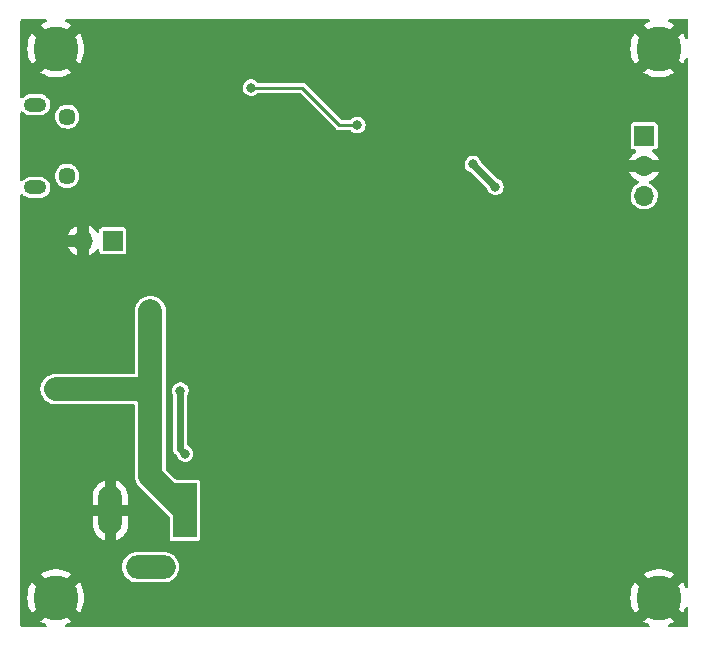
<source format=gbr>
%TF.GenerationSoftware,KiCad,Pcbnew,(6.0.2)*%
%TF.CreationDate,2022-12-20T22:03:32-08:00*%
%TF.ProjectId,split_supply_generator,73706c69-745f-4737-9570-706c795f6765,rev?*%
%TF.SameCoordinates,Original*%
%TF.FileFunction,Copper,L2,Bot*%
%TF.FilePolarity,Positive*%
%FSLAX46Y46*%
G04 Gerber Fmt 4.6, Leading zero omitted, Abs format (unit mm)*
G04 Created by KiCad (PCBNEW (6.0.2)) date 2022-12-20 22:03:32*
%MOMM*%
%LPD*%
G01*
G04 APERTURE LIST*
%TA.AperFunction,ComponentPad*%
%ADD10R,1.700000X1.700000*%
%TD*%
%TA.AperFunction,ComponentPad*%
%ADD11O,1.700000X1.700000*%
%TD*%
%TA.AperFunction,ComponentPad*%
%ADD12C,3.800000*%
%TD*%
%TA.AperFunction,ComponentPad*%
%ADD13C,1.450000*%
%TD*%
%TA.AperFunction,ComponentPad*%
%ADD14O,1.900000X1.200000*%
%TD*%
%TA.AperFunction,ComponentPad*%
%ADD15R,2.000000X4.600000*%
%TD*%
%TA.AperFunction,ComponentPad*%
%ADD16O,2.000000X4.200000*%
%TD*%
%TA.AperFunction,ComponentPad*%
%ADD17O,4.200000X2.000000*%
%TD*%
%TA.AperFunction,ViaPad*%
%ADD18C,0.800000*%
%TD*%
%TA.AperFunction,Conductor*%
%ADD19C,2.000000*%
%TD*%
%TA.AperFunction,Conductor*%
%ADD20C,0.254000*%
%TD*%
%TA.AperFunction,Conductor*%
%ADD21C,0.600000*%
%TD*%
G04 APERTURE END LIST*
D10*
%TO.P,J2,1,Pin_1*%
%TO.N,+15V*%
X143281000Y-68595000D03*
D11*
%TO.P,J2,2,Pin_2*%
%TO.N,GND*%
X143281000Y-71135000D03*
%TO.P,J2,3,Pin_3*%
%TO.N,-15V*%
X143281000Y-73675000D03*
%TD*%
D10*
%TO.P,J4,1,Pin_1*%
%TO.N,VD*%
X98298000Y-77470000D03*
D11*
%TO.P,J4,2,Pin_2*%
%TO.N,GND*%
X95758000Y-77470000D03*
%TD*%
D12*
%TO.P,H3,1,1*%
%TO.N,GND*%
X93472000Y-107696000D03*
%TD*%
%TO.P,H1,1,1*%
%TO.N,GND*%
X144526000Y-61214000D03*
%TD*%
D13*
%TO.P,J3,6,Shield*%
%TO.N,unconnected-(J3-Pad6)*%
X94426500Y-66969000D03*
D14*
X91726500Y-72969000D03*
X91726500Y-65969000D03*
D13*
X94426500Y-71969000D03*
%TD*%
D12*
%TO.P,H4,1,1*%
%TO.N,GND*%
X144526000Y-107696000D03*
%TD*%
D15*
%TO.P,J1,1*%
%TO.N,VD*%
X104394000Y-100315000D03*
D16*
%TO.P,J1,2*%
%TO.N,GND*%
X98094000Y-100315000D03*
D17*
%TO.P,J1,3*%
%TO.N,unconnected-(J1-Pad3)*%
X101494000Y-105115000D03*
%TD*%
D12*
%TO.P,H2,1,1*%
%TO.N,GND*%
X93472000Y-61214000D03*
%TD*%
D18*
%TO.N,GND*%
X96774000Y-70612000D03*
X110966000Y-82042000D03*
X97663000Y-83312000D03*
X105664000Y-85122000D03*
X106045000Y-60198000D03*
X92837000Y-104013000D03*
X95853000Y-84582000D03*
X112776000Y-83312000D03*
X124206000Y-104426000D03*
X104394000Y-83312000D03*
X122936000Y-104426000D03*
X137033000Y-83820000D03*
X116840000Y-63754000D03*
X114586000Y-108204000D03*
X124206000Y-60706000D03*
X140970000Y-83820000D03*
X122396000Y-61976000D03*
X104394000Y-85122000D03*
X119380000Y-95980000D03*
X118110000Y-63754000D03*
X142240000Y-91440000D03*
X112776000Y-106934000D03*
X104394000Y-87122000D03*
X94107000Y-104013000D03*
X112014000Y-66929000D03*
X116439921Y-68726079D03*
X120650000Y-93980000D03*
X108966000Y-82042000D03*
X92837000Y-102203000D03*
X110236000Y-62103000D03*
X117094000Y-82550000D03*
X122936000Y-106426000D03*
X112776000Y-108204000D03*
X137160000Y-93980000D03*
X110966000Y-83312000D03*
X124206000Y-61976000D03*
X94107000Y-100203000D03*
X115824000Y-78740000D03*
X112046000Y-60833000D03*
X115824000Y-82550000D03*
X115824000Y-80740000D03*
X140970000Y-82550000D03*
X117094000Y-78740000D03*
X140589000Y-61214000D03*
X138652000Y-61214000D03*
X112776000Y-82042000D03*
X105664000Y-87122000D03*
X139033000Y-82550000D03*
X139033000Y-83820000D03*
X138652000Y-62484000D03*
X136652000Y-62484000D03*
X137922000Y-74136000D03*
X124206000Y-106426000D03*
X114586000Y-106934000D03*
X110236000Y-60833000D03*
X92837000Y-100203000D03*
X139192000Y-72136000D03*
X137160000Y-91440000D03*
X124206000Y-102489000D03*
X139192000Y-74136000D03*
X137922000Y-72136000D03*
X122396000Y-60706000D03*
X116586000Y-108204000D03*
X96774000Y-72390000D03*
X142240000Y-93980000D03*
X93853000Y-84582000D03*
X105664000Y-83312000D03*
X136652000Y-61214000D03*
X122936000Y-102489000D03*
X140589000Y-62484000D03*
X137160000Y-88900000D03*
X97663000Y-84582000D03*
X137033000Y-82550000D03*
X114046000Y-62103000D03*
X120650000Y-97790000D03*
X117348000Y-69342000D03*
X112014000Y-65659000D03*
X142240000Y-88900000D03*
X108966000Y-83312000D03*
X104045000Y-60198000D03*
X114046000Y-60833000D03*
X116586000Y-106934000D03*
X120650000Y-95980000D03*
X94107000Y-102203000D03*
X93853000Y-83312000D03*
X102235000Y-60198000D03*
X119380000Y-93980000D03*
X112046000Y-62103000D03*
X119380000Y-97790000D03*
X95853000Y-83312000D03*
X117094000Y-80740000D03*
%TO.N,VD*%
X101600000Y-86868000D03*
X101600000Y-85090000D03*
X93472000Y-90043000D03*
X101219000Y-83185000D03*
X95504000Y-90043000D03*
X101600000Y-84074000D03*
X101600000Y-87757000D03*
X97536000Y-90043000D03*
X99568000Y-90043000D03*
X101600000Y-85979000D03*
%TO.N,Net-(R6-Pad1)*%
X118999000Y-67691000D03*
X109982000Y-64516000D03*
%TO.N,Net-(C7-Pad2)*%
X128778000Y-70993000D03*
X130683000Y-72898000D03*
%TO.N,Net-(R16-Pad2)*%
X104013000Y-90170000D03*
X104394000Y-95504000D03*
%TD*%
D19*
%TO.N,VD*%
X100711000Y-90043000D02*
X99568000Y-90043000D01*
X101473000Y-93726000D02*
X101473000Y-83439000D01*
X101473000Y-93726000D02*
X101473000Y-97394000D01*
X101473000Y-93726000D02*
X101473000Y-90805000D01*
X95504000Y-90043000D02*
X93472000Y-90043000D01*
X101473000Y-90805000D02*
X100711000Y-90043000D01*
X99568000Y-90043000D02*
X97536000Y-90043000D01*
X97536000Y-90043000D02*
X95504000Y-90043000D01*
X101473000Y-97394000D02*
X104394000Y-100315000D01*
D20*
%TO.N,Net-(R6-Pad1)*%
X109982000Y-64516000D02*
X114300000Y-64516000D01*
X117475000Y-67691000D02*
X118999000Y-67691000D01*
X114300000Y-64516000D02*
X117475000Y-67691000D01*
D21*
%TO.N,Net-(C7-Pad2)*%
X130683000Y-72898000D02*
X128778000Y-70993000D01*
%TO.N,Net-(R16-Pad2)*%
X104013000Y-95123000D02*
X104013000Y-90170000D01*
X104394000Y-95504000D02*
X104013000Y-95123000D01*
%TD*%
%TA.AperFunction,Conductor*%
%TO.N,GND*%
G36*
X92637466Y-58740002D02*
G01*
X92683959Y-58793658D01*
X92694063Y-58863932D01*
X92664569Y-58928512D01*
X92615729Y-58963152D01*
X92448369Y-59029415D01*
X92441234Y-59032772D01*
X92182643Y-59174934D01*
X92175976Y-59179165D01*
X92172270Y-59181858D01*
X92163846Y-59192781D01*
X92170750Y-59205643D01*
X93459188Y-60494081D01*
X93473132Y-60501695D01*
X93474965Y-60501564D01*
X93481580Y-60497313D01*
X94773575Y-59205318D01*
X94780188Y-59193208D01*
X94771358Y-59181587D01*
X94768024Y-59179165D01*
X94761357Y-59174934D01*
X94502766Y-59032772D01*
X94495631Y-59029415D01*
X94328271Y-58963152D01*
X94272297Y-58919477D01*
X94248821Y-58852474D01*
X94265297Y-58783416D01*
X94316493Y-58734227D01*
X94374655Y-58720000D01*
X143623345Y-58720000D01*
X143691466Y-58740002D01*
X143737959Y-58793658D01*
X143748063Y-58863932D01*
X143718569Y-58928512D01*
X143669729Y-58963152D01*
X143502369Y-59029415D01*
X143495234Y-59032772D01*
X143236643Y-59174934D01*
X143229976Y-59179165D01*
X143226270Y-59181858D01*
X143217846Y-59192781D01*
X143224750Y-59205643D01*
X144513188Y-60494081D01*
X144527132Y-60501695D01*
X144528965Y-60501564D01*
X144535580Y-60497313D01*
X145827575Y-59205318D01*
X145834188Y-59193208D01*
X145825358Y-59181587D01*
X145822024Y-59179165D01*
X145815357Y-59174934D01*
X145556766Y-59032772D01*
X145549631Y-59029415D01*
X145382271Y-58963152D01*
X145326297Y-58919477D01*
X145302821Y-58852474D01*
X145319297Y-58783416D01*
X145370493Y-58734227D01*
X145428655Y-58720000D01*
X146894000Y-58720000D01*
X146962121Y-58740002D01*
X147008614Y-58793658D01*
X147020000Y-58846000D01*
X147020000Y-60301760D01*
X146999998Y-60369881D01*
X146946342Y-60416374D01*
X146876068Y-60426478D01*
X146811488Y-60396984D01*
X146774167Y-60340696D01*
X146770554Y-60329576D01*
X146767639Y-60322213D01*
X146642007Y-60055230D01*
X146638195Y-60048297D01*
X146554965Y-59917147D01*
X146544359Y-59907850D01*
X146535086Y-59912021D01*
X145245919Y-61201188D01*
X145238305Y-61215132D01*
X145238436Y-61216965D01*
X145242687Y-61223580D01*
X146532445Y-62513338D01*
X146544825Y-62520098D01*
X146552965Y-62514005D01*
X146638195Y-62379703D01*
X146642007Y-62372770D01*
X146767639Y-62105787D01*
X146770554Y-62098424D01*
X146774167Y-62087304D01*
X146814240Y-62028698D01*
X146879637Y-62001061D01*
X146949594Y-62013168D01*
X147001900Y-62061174D01*
X147020000Y-62126240D01*
X147020000Y-106783760D01*
X146999998Y-106851881D01*
X146946342Y-106898374D01*
X146876068Y-106908478D01*
X146811488Y-106878984D01*
X146774167Y-106822696D01*
X146770554Y-106811576D01*
X146767639Y-106804213D01*
X146642007Y-106537230D01*
X146638195Y-106530297D01*
X146554965Y-106399147D01*
X146544359Y-106389850D01*
X146535086Y-106394021D01*
X145245919Y-107683188D01*
X145238305Y-107697132D01*
X145238436Y-107698965D01*
X145242687Y-107705580D01*
X146532445Y-108995338D01*
X146544825Y-109002098D01*
X146552965Y-108996005D01*
X146638195Y-108861703D01*
X146642007Y-108854770D01*
X146767639Y-108587787D01*
X146770554Y-108580424D01*
X146774167Y-108569304D01*
X146814240Y-108510698D01*
X146879637Y-108483061D01*
X146949594Y-108495168D01*
X147001900Y-108543174D01*
X147020000Y-108608240D01*
X147020000Y-110064000D01*
X146999998Y-110132121D01*
X146946342Y-110178614D01*
X146894000Y-110190000D01*
X145428655Y-110190000D01*
X145360534Y-110169998D01*
X145314041Y-110116342D01*
X145303937Y-110046068D01*
X145333431Y-109981488D01*
X145382271Y-109946848D01*
X145549631Y-109880585D01*
X145556766Y-109877228D01*
X145815357Y-109735066D01*
X145822024Y-109730835D01*
X145825730Y-109728142D01*
X145834154Y-109717219D01*
X145827250Y-109704357D01*
X144538812Y-108415919D01*
X144524868Y-108408305D01*
X144523035Y-108408436D01*
X144516420Y-108412687D01*
X143224425Y-109704682D01*
X143217812Y-109716792D01*
X143226642Y-109728413D01*
X143229976Y-109730835D01*
X143236643Y-109735066D01*
X143495234Y-109877228D01*
X143502369Y-109880585D01*
X143669729Y-109946848D01*
X143725703Y-109990523D01*
X143749179Y-110057526D01*
X143732703Y-110126584D01*
X143681507Y-110175773D01*
X143623345Y-110190000D01*
X94374655Y-110190000D01*
X94306534Y-110169998D01*
X94260041Y-110116342D01*
X94249937Y-110046068D01*
X94279431Y-109981488D01*
X94328271Y-109946848D01*
X94495631Y-109880585D01*
X94502766Y-109877228D01*
X94761357Y-109735066D01*
X94768024Y-109730835D01*
X94771730Y-109728142D01*
X94780154Y-109717219D01*
X94773250Y-109704357D01*
X93484812Y-108415919D01*
X93470868Y-108408305D01*
X93469035Y-108408436D01*
X93462420Y-108412687D01*
X92170425Y-109704682D01*
X92163812Y-109716792D01*
X92172642Y-109728413D01*
X92175976Y-109730835D01*
X92182643Y-109735066D01*
X92441234Y-109877228D01*
X92448369Y-109880585D01*
X92615729Y-109946848D01*
X92671703Y-109990523D01*
X92695179Y-110057526D01*
X92678703Y-110126584D01*
X92627507Y-110175773D01*
X92569345Y-110190000D01*
X90596000Y-110190000D01*
X90527879Y-110169998D01*
X90481386Y-110116342D01*
X90470000Y-110064000D01*
X90470000Y-107699958D01*
X91059488Y-107699958D01*
X91078015Y-107994436D01*
X91079008Y-108002297D01*
X91134296Y-108292128D01*
X91136267Y-108299805D01*
X91227446Y-108580424D01*
X91230361Y-108587787D01*
X91355993Y-108854770D01*
X91359805Y-108861703D01*
X91443035Y-108992853D01*
X91453641Y-109002150D01*
X91462914Y-108997979D01*
X92752081Y-107708812D01*
X92758459Y-107697132D01*
X94184305Y-107697132D01*
X94184436Y-107698965D01*
X94188687Y-107705580D01*
X95478445Y-108995338D01*
X95490825Y-109002098D01*
X95498965Y-108996005D01*
X95584195Y-108861703D01*
X95588007Y-108854770D01*
X95713639Y-108587787D01*
X95716554Y-108580424D01*
X95807733Y-108299805D01*
X95809704Y-108292128D01*
X95864992Y-108002297D01*
X95865985Y-107994436D01*
X95884512Y-107699958D01*
X142113488Y-107699958D01*
X142132015Y-107994436D01*
X142133008Y-108002297D01*
X142188296Y-108292128D01*
X142190267Y-108299805D01*
X142281446Y-108580424D01*
X142284361Y-108587787D01*
X142409993Y-108854770D01*
X142413805Y-108861703D01*
X142497035Y-108992853D01*
X142507641Y-109002150D01*
X142516914Y-108997979D01*
X143806081Y-107708812D01*
X143813695Y-107694868D01*
X143813564Y-107693035D01*
X143809313Y-107686420D01*
X142519555Y-106396662D01*
X142507175Y-106389902D01*
X142499035Y-106395995D01*
X142413805Y-106530297D01*
X142409993Y-106537230D01*
X142284361Y-106804213D01*
X142281446Y-106811576D01*
X142190267Y-107092195D01*
X142188296Y-107099872D01*
X142133008Y-107389703D01*
X142132015Y-107397564D01*
X142113488Y-107692042D01*
X142113488Y-107699958D01*
X95884512Y-107699958D01*
X95884512Y-107692042D01*
X95865985Y-107397564D01*
X95864992Y-107389703D01*
X95809704Y-107099872D01*
X95807733Y-107092195D01*
X95716554Y-106811576D01*
X95713639Y-106804213D01*
X95588007Y-106537230D01*
X95584195Y-106530297D01*
X95500965Y-106399147D01*
X95490359Y-106389850D01*
X95481086Y-106394021D01*
X94191919Y-107683188D01*
X94184305Y-107697132D01*
X92758459Y-107697132D01*
X92759695Y-107694868D01*
X92759564Y-107693035D01*
X92755313Y-107686420D01*
X91465555Y-106396662D01*
X91453175Y-106389902D01*
X91445035Y-106395995D01*
X91359805Y-106530297D01*
X91355993Y-106537230D01*
X91230361Y-106804213D01*
X91227446Y-106811576D01*
X91136267Y-107092195D01*
X91134296Y-107099872D01*
X91079008Y-107389703D01*
X91078015Y-107397564D01*
X91059488Y-107692042D01*
X91059488Y-107699958D01*
X90470000Y-107699958D01*
X90470000Y-105674781D01*
X92163846Y-105674781D01*
X92170750Y-105687643D01*
X93459188Y-106976081D01*
X93473132Y-106983695D01*
X93474965Y-106983564D01*
X93481580Y-106979313D01*
X94773575Y-105687318D01*
X94780188Y-105675208D01*
X94771358Y-105663587D01*
X94768024Y-105661165D01*
X94761357Y-105656934D01*
X94502766Y-105514772D01*
X94495631Y-105511415D01*
X94221254Y-105402781D01*
X94213763Y-105400347D01*
X93927941Y-105326961D01*
X93920170Y-105325479D01*
X93627430Y-105288497D01*
X93619540Y-105288000D01*
X93324460Y-105288000D01*
X93316570Y-105288497D01*
X93023830Y-105325479D01*
X93016059Y-105326961D01*
X92730237Y-105400347D01*
X92722746Y-105402781D01*
X92448369Y-105511415D01*
X92441234Y-105514772D01*
X92182643Y-105656934D01*
X92175976Y-105661165D01*
X92172270Y-105663858D01*
X92163846Y-105674781D01*
X90470000Y-105674781D01*
X90470000Y-105115000D01*
X99088532Y-105115000D01*
X99108365Y-105341692D01*
X99167261Y-105561496D01*
X99169583Y-105566476D01*
X99169584Y-105566478D01*
X99226085Y-105687643D01*
X99263432Y-105767734D01*
X99393953Y-105954139D01*
X99554861Y-106115047D01*
X99741266Y-106245568D01*
X99746244Y-106247889D01*
X99746247Y-106247891D01*
X99942522Y-106339416D01*
X99947504Y-106341739D01*
X99952812Y-106343161D01*
X99952814Y-106343162D01*
X100161993Y-106399211D01*
X100161995Y-106399211D01*
X100167308Y-106400635D01*
X100266302Y-106409296D01*
X100334492Y-106415262D01*
X100334499Y-106415262D01*
X100337216Y-106415500D01*
X102650784Y-106415500D01*
X102653501Y-106415262D01*
X102653508Y-106415262D01*
X102721698Y-106409296D01*
X102820692Y-106400635D01*
X102826005Y-106399211D01*
X102826007Y-106399211D01*
X103035186Y-106343162D01*
X103035188Y-106343161D01*
X103040496Y-106341739D01*
X103045478Y-106339416D01*
X103241753Y-106247891D01*
X103241756Y-106247889D01*
X103246734Y-106245568D01*
X103433139Y-106115047D01*
X103594047Y-105954139D01*
X103724568Y-105767734D01*
X103761916Y-105687643D01*
X103767914Y-105674781D01*
X143217846Y-105674781D01*
X143224750Y-105687643D01*
X144513188Y-106976081D01*
X144527132Y-106983695D01*
X144528965Y-106983564D01*
X144535580Y-106979313D01*
X145827575Y-105687318D01*
X145834188Y-105675208D01*
X145825358Y-105663587D01*
X145822024Y-105661165D01*
X145815357Y-105656934D01*
X145556766Y-105514772D01*
X145549631Y-105511415D01*
X145275254Y-105402781D01*
X145267763Y-105400347D01*
X144981941Y-105326961D01*
X144974170Y-105325479D01*
X144681430Y-105288497D01*
X144673540Y-105288000D01*
X144378460Y-105288000D01*
X144370570Y-105288497D01*
X144077830Y-105325479D01*
X144070059Y-105326961D01*
X143784237Y-105400347D01*
X143776746Y-105402781D01*
X143502369Y-105511415D01*
X143495234Y-105514772D01*
X143236643Y-105656934D01*
X143229976Y-105661165D01*
X143226270Y-105663858D01*
X143217846Y-105674781D01*
X103767914Y-105674781D01*
X103818416Y-105566478D01*
X103818417Y-105566476D01*
X103820739Y-105561496D01*
X103879635Y-105341692D01*
X103899468Y-105115000D01*
X103879635Y-104888308D01*
X103820739Y-104668504D01*
X103724568Y-104462266D01*
X103594047Y-104275861D01*
X103433139Y-104114953D01*
X103246734Y-103984432D01*
X103241756Y-103982111D01*
X103241753Y-103982109D01*
X103045478Y-103890584D01*
X103045476Y-103890583D01*
X103040496Y-103888261D01*
X103035188Y-103886839D01*
X103035186Y-103886838D01*
X102826007Y-103830789D01*
X102826005Y-103830789D01*
X102820692Y-103829365D01*
X102721698Y-103820704D01*
X102653508Y-103814738D01*
X102653501Y-103814738D01*
X102650784Y-103814500D01*
X100337216Y-103814500D01*
X100334499Y-103814738D01*
X100334492Y-103814738D01*
X100266302Y-103820704D01*
X100167308Y-103829365D01*
X100161995Y-103830789D01*
X100161993Y-103830789D01*
X99952814Y-103886838D01*
X99952812Y-103886839D01*
X99947504Y-103888261D01*
X99942524Y-103890583D01*
X99942522Y-103890584D01*
X99746247Y-103982109D01*
X99746244Y-103982111D01*
X99741266Y-103984432D01*
X99554861Y-104114953D01*
X99393953Y-104275861D01*
X99263432Y-104462266D01*
X99167261Y-104668504D01*
X99108365Y-104888308D01*
X99088532Y-105115000D01*
X90470000Y-105115000D01*
X90470000Y-101473456D01*
X96586000Y-101473456D01*
X96586202Y-101478488D01*
X96600150Y-101651843D01*
X96601762Y-101661796D01*
X96657233Y-101887633D01*
X96660416Y-101897203D01*
X96751280Y-102111265D01*
X96755955Y-102120207D01*
X96879874Y-102316987D01*
X96885914Y-102325060D01*
X97039703Y-102499500D01*
X97046956Y-102506504D01*
X97226654Y-102654110D01*
X97234936Y-102659866D01*
X97435919Y-102776841D01*
X97445024Y-102781203D01*
X97577086Y-102831897D01*
X97591143Y-102833037D01*
X97594000Y-102827922D01*
X97594000Y-102822646D01*
X98594000Y-102822646D01*
X98597973Y-102836177D01*
X98606081Y-102837342D01*
X98616488Y-102834398D01*
X98625942Y-102830882D01*
X98836705Y-102732601D01*
X98845471Y-102727622D01*
X99037802Y-102596913D01*
X99045677Y-102590581D01*
X99214626Y-102430814D01*
X99221387Y-102423305D01*
X99362625Y-102238574D01*
X99368089Y-102230095D01*
X99477978Y-102025153D01*
X99482020Y-102015901D01*
X99557727Y-101796029D01*
X99560236Y-101786257D01*
X99600004Y-101556029D01*
X99600859Y-101548157D01*
X99601936Y-101524449D01*
X99602000Y-101521616D01*
X99602000Y-100833115D01*
X99597525Y-100817876D01*
X99596135Y-100816671D01*
X99588452Y-100815000D01*
X98612115Y-100815000D01*
X98596876Y-100819475D01*
X98595671Y-100820865D01*
X98594000Y-100828548D01*
X98594000Y-102822646D01*
X97594000Y-102822646D01*
X97594000Y-100833115D01*
X97589525Y-100817876D01*
X97588135Y-100816671D01*
X97580452Y-100815000D01*
X96604115Y-100815000D01*
X96588876Y-100819475D01*
X96587671Y-100820865D01*
X96586000Y-100828548D01*
X96586000Y-101473456D01*
X90470000Y-101473456D01*
X90470000Y-99796885D01*
X96586000Y-99796885D01*
X96590475Y-99812124D01*
X96591865Y-99813329D01*
X96599548Y-99815000D01*
X97575885Y-99815000D01*
X97591124Y-99810525D01*
X97592329Y-99809135D01*
X97594000Y-99801452D01*
X97594000Y-99796885D01*
X98594000Y-99796885D01*
X98598475Y-99812124D01*
X98599865Y-99813329D01*
X98607548Y-99815000D01*
X99583885Y-99815000D01*
X99599124Y-99810525D01*
X99600329Y-99809135D01*
X99602000Y-99801452D01*
X99602000Y-99156544D01*
X99601798Y-99151512D01*
X99587850Y-98978157D01*
X99586238Y-98968204D01*
X99530767Y-98742367D01*
X99527584Y-98732797D01*
X99436720Y-98518735D01*
X99432045Y-98509793D01*
X99308126Y-98313013D01*
X99302086Y-98304940D01*
X99148297Y-98130500D01*
X99141044Y-98123496D01*
X98961346Y-97975890D01*
X98953064Y-97970134D01*
X98752081Y-97853159D01*
X98742976Y-97848797D01*
X98610914Y-97798103D01*
X98596857Y-97796963D01*
X98594000Y-97802078D01*
X98594000Y-99796885D01*
X97594000Y-99796885D01*
X97594000Y-97807354D01*
X97590027Y-97793823D01*
X97581919Y-97792658D01*
X97571512Y-97795602D01*
X97562058Y-97799118D01*
X97351295Y-97897399D01*
X97342529Y-97902378D01*
X97150198Y-98033087D01*
X97142323Y-98039419D01*
X96973374Y-98199186D01*
X96966613Y-98206695D01*
X96825375Y-98391426D01*
X96819911Y-98399905D01*
X96710022Y-98604847D01*
X96705980Y-98614099D01*
X96630273Y-98833971D01*
X96627764Y-98843743D01*
X96587996Y-99073971D01*
X96587141Y-99081843D01*
X96586064Y-99105551D01*
X96586000Y-99108384D01*
X96586000Y-99796885D01*
X90470000Y-99796885D01*
X90470000Y-90043000D01*
X92166532Y-90043000D01*
X92186365Y-90269692D01*
X92187789Y-90275005D01*
X92187789Y-90275007D01*
X92243580Y-90483221D01*
X92245261Y-90489496D01*
X92247583Y-90494476D01*
X92247584Y-90494478D01*
X92254798Y-90509947D01*
X92341432Y-90695734D01*
X92471953Y-90882139D01*
X92632861Y-91043047D01*
X92819266Y-91173568D01*
X92824244Y-91175889D01*
X92824247Y-91175891D01*
X93020522Y-91267416D01*
X93025504Y-91269739D01*
X93030812Y-91271161D01*
X93030814Y-91271162D01*
X93239993Y-91327211D01*
X93239995Y-91327211D01*
X93245308Y-91328635D01*
X93344302Y-91337296D01*
X93412492Y-91343262D01*
X93412499Y-91343262D01*
X93415216Y-91343500D01*
X100046500Y-91343500D01*
X100114621Y-91363502D01*
X100161114Y-91417158D01*
X100172500Y-91469500D01*
X100172500Y-97280215D01*
X100172499Y-97280221D01*
X100172499Y-97507779D01*
X100173455Y-97513200D01*
X100181442Y-97558499D01*
X100182876Y-97569396D01*
X100186884Y-97615202D01*
X100186885Y-97615210D01*
X100187365Y-97620692D01*
X100188789Y-97626005D01*
X100200693Y-97670433D01*
X100203072Y-97681164D01*
X100212015Y-97731880D01*
X100213895Y-97737045D01*
X100213897Y-97737053D01*
X100229626Y-97780267D01*
X100232931Y-97790750D01*
X100234596Y-97796963D01*
X100244836Y-97835180D01*
X100244838Y-97835186D01*
X100246261Y-97840496D01*
X100252166Y-97853159D01*
X100268026Y-97887171D01*
X100272232Y-97897327D01*
X100286131Y-97935513D01*
X100289844Y-97945715D01*
X100292596Y-97950481D01*
X100292597Y-97950484D01*
X100315598Y-97990323D01*
X100320664Y-98000054D01*
X100342432Y-98046734D01*
X100371973Y-98088924D01*
X100377864Y-98098170D01*
X100403623Y-98142786D01*
X100407162Y-98147003D01*
X100436721Y-98182230D01*
X100443411Y-98190947D01*
X100472953Y-98233139D01*
X100633861Y-98394047D01*
X100633863Y-98394048D01*
X103056595Y-100816780D01*
X103090621Y-100879092D01*
X103093500Y-100905875D01*
X103093500Y-102659646D01*
X103096618Y-102685846D01*
X103142061Y-102788153D01*
X103221287Y-102867241D01*
X103231924Y-102871944D01*
X103231926Y-102871945D01*
X103291462Y-102898265D01*
X103323673Y-102912506D01*
X103349354Y-102915500D01*
X105438646Y-102915500D01*
X105442350Y-102915059D01*
X105442353Y-102915059D01*
X105449746Y-102914179D01*
X105464846Y-102912382D01*
X105567153Y-102866939D01*
X105596699Y-102837342D01*
X105638023Y-102795945D01*
X105646241Y-102787713D01*
X105691506Y-102685327D01*
X105694500Y-102659646D01*
X105694500Y-100428785D01*
X105694501Y-100428779D01*
X105694501Y-100201221D01*
X105694500Y-100201215D01*
X105694500Y-97970354D01*
X105691382Y-97944154D01*
X105645939Y-97841847D01*
X105566713Y-97762759D01*
X105556076Y-97758056D01*
X105556074Y-97758055D01*
X105472992Y-97721325D01*
X105472993Y-97721325D01*
X105464327Y-97717494D01*
X105438646Y-97714500D01*
X103684875Y-97714500D01*
X103616754Y-97694498D01*
X103595780Y-97677595D01*
X102810405Y-96892220D01*
X102776379Y-96829908D01*
X102773500Y-96803125D01*
X102773500Y-90918791D01*
X102773501Y-90918767D01*
X102773501Y-90691221D01*
X102773500Y-90691215D01*
X102773500Y-90162611D01*
X103307394Y-90162611D01*
X103325999Y-90331135D01*
X103384266Y-90490356D01*
X103391081Y-90500499D01*
X103412500Y-90570774D01*
X103412500Y-95075381D01*
X103411422Y-95091827D01*
X103407318Y-95123000D01*
X103408396Y-95131188D01*
X103412500Y-95162361D01*
X103415373Y-95184180D01*
X103427956Y-95279762D01*
X103488464Y-95425841D01*
X103584718Y-95551282D01*
X103591264Y-95556305D01*
X103609671Y-95570429D01*
X103622062Y-95581297D01*
X103687961Y-95647196D01*
X103717192Y-95692989D01*
X103765266Y-95824356D01*
X103769502Y-95830659D01*
X103769502Y-95830660D01*
X103782574Y-95850113D01*
X103859830Y-95965083D01*
X103865442Y-95970190D01*
X103865445Y-95970193D01*
X103979612Y-96074077D01*
X103979616Y-96074080D01*
X103985233Y-96079191D01*
X103991906Y-96082814D01*
X103991910Y-96082817D01*
X104127558Y-96156467D01*
X104127560Y-96156468D01*
X104134235Y-96160092D01*
X104141584Y-96162020D01*
X104290883Y-96201188D01*
X104290885Y-96201188D01*
X104298233Y-96203116D01*
X104384609Y-96204473D01*
X104460161Y-96205660D01*
X104460164Y-96205660D01*
X104467760Y-96205779D01*
X104475165Y-96204083D01*
X104475166Y-96204083D01*
X104535586Y-96190245D01*
X104633029Y-96167928D01*
X104784498Y-96091747D01*
X104913423Y-95981634D01*
X105012361Y-95843947D01*
X105075601Y-95686634D01*
X105082877Y-95635511D01*
X105098909Y-95522862D01*
X105098909Y-95522859D01*
X105099490Y-95518778D01*
X105099645Y-95504000D01*
X105079276Y-95335680D01*
X105019345Y-95177077D01*
X104960754Y-95091827D01*
X104927614Y-95043608D01*
X104927613Y-95043607D01*
X104923312Y-95037349D01*
X104917641Y-95032296D01*
X104802392Y-94929612D01*
X104802388Y-94929610D01*
X104796721Y-94924560D01*
X104680541Y-94863046D01*
X104629698Y-94813493D01*
X104613500Y-94751691D01*
X104613500Y-90572893D01*
X104628717Y-90513627D01*
X104631361Y-90509947D01*
X104636703Y-90496660D01*
X104691766Y-90359687D01*
X104691767Y-90359685D01*
X104694601Y-90352634D01*
X104718490Y-90184778D01*
X104718645Y-90170000D01*
X104716840Y-90155080D01*
X104703276Y-90043000D01*
X104698276Y-90001680D01*
X104638345Y-89843077D01*
X104542312Y-89703349D01*
X104530514Y-89692837D01*
X104421392Y-89595612D01*
X104421388Y-89595610D01*
X104415721Y-89590560D01*
X104265881Y-89511224D01*
X104101441Y-89469919D01*
X104093843Y-89469879D01*
X104093841Y-89469879D01*
X104016668Y-89469475D01*
X103931895Y-89469031D01*
X103924508Y-89470805D01*
X103924504Y-89470805D01*
X103781162Y-89505220D01*
X103767032Y-89508612D01*
X103760288Y-89512093D01*
X103760285Y-89512094D01*
X103755089Y-89514776D01*
X103616369Y-89586375D01*
X103610647Y-89591367D01*
X103610645Y-89591368D01*
X103598671Y-89601814D01*
X103488604Y-89697831D01*
X103484237Y-89704045D01*
X103401486Y-89821788D01*
X103391113Y-89836547D01*
X103329524Y-89994513D01*
X103328532Y-90002046D01*
X103328532Y-90002047D01*
X103323141Y-90043000D01*
X103307394Y-90162611D01*
X102773500Y-90162611D01*
X102773500Y-83382216D01*
X102758635Y-83212308D01*
X102699739Y-82992504D01*
X102603568Y-82786266D01*
X102473047Y-82599861D01*
X102312139Y-82438953D01*
X102125734Y-82308432D01*
X102120756Y-82306111D01*
X102120753Y-82306109D01*
X101924478Y-82214584D01*
X101924476Y-82214583D01*
X101919496Y-82212261D01*
X101914188Y-82210839D01*
X101914186Y-82210838D01*
X101705007Y-82154789D01*
X101705005Y-82154789D01*
X101699692Y-82153365D01*
X101473000Y-82133532D01*
X101246308Y-82153365D01*
X101240995Y-82154789D01*
X101240993Y-82154789D01*
X101031814Y-82210838D01*
X101031812Y-82210839D01*
X101026504Y-82212261D01*
X101021524Y-82214583D01*
X101021522Y-82214584D01*
X100825247Y-82306109D01*
X100825244Y-82306111D01*
X100820266Y-82308432D01*
X100633861Y-82438953D01*
X100472953Y-82599861D01*
X100342432Y-82786266D01*
X100246261Y-82992504D01*
X100187365Y-83212308D01*
X100172500Y-83382216D01*
X100172500Y-88616500D01*
X100152498Y-88684621D01*
X100098842Y-88731114D01*
X100046500Y-88742500D01*
X93415216Y-88742500D01*
X93412499Y-88742738D01*
X93412492Y-88742738D01*
X93344302Y-88748704D01*
X93245308Y-88757365D01*
X93239995Y-88758789D01*
X93239993Y-88758789D01*
X93030814Y-88814838D01*
X93030812Y-88814839D01*
X93025504Y-88816261D01*
X93020524Y-88818583D01*
X93020522Y-88818584D01*
X92824247Y-88910109D01*
X92824244Y-88910111D01*
X92819266Y-88912432D01*
X92632861Y-89042953D01*
X92471953Y-89203861D01*
X92341432Y-89390266D01*
X92339111Y-89395244D01*
X92339109Y-89395247D01*
X92248033Y-89590560D01*
X92245261Y-89596504D01*
X92243839Y-89601812D01*
X92243838Y-89601814D01*
X92214955Y-89709608D01*
X92186365Y-89816308D01*
X92166532Y-90043000D01*
X90470000Y-90043000D01*
X90470000Y-77979376D01*
X94499072Y-77979376D01*
X94539770Y-78079603D01*
X94544413Y-78088794D01*
X94655694Y-78270388D01*
X94661777Y-78278699D01*
X94801213Y-78439667D01*
X94808580Y-78446883D01*
X94972434Y-78582916D01*
X94980881Y-78588831D01*
X95164756Y-78696279D01*
X95174043Y-78700729D01*
X95241078Y-78726327D01*
X95255134Y-78727442D01*
X95258000Y-78722290D01*
X95258000Y-78719221D01*
X96258000Y-78719221D01*
X96261973Y-78732752D01*
X96265842Y-78733308D01*
X96266867Y-78732992D01*
X96451095Y-78642739D01*
X96459945Y-78637464D01*
X96633328Y-78513792D01*
X96641200Y-78507139D01*
X96792052Y-78356812D01*
X96798723Y-78348972D01*
X96919177Y-78181343D01*
X96975172Y-78137695D01*
X97045875Y-78131249D01*
X97108840Y-78164052D01*
X97144074Y-78225688D01*
X97147500Y-78254869D01*
X97147500Y-78364646D01*
X97150618Y-78390846D01*
X97196061Y-78493153D01*
X97275287Y-78572241D01*
X97285924Y-78576944D01*
X97285926Y-78576945D01*
X97312812Y-78588831D01*
X97377673Y-78617506D01*
X97403354Y-78620500D01*
X99192646Y-78620500D01*
X99196350Y-78620059D01*
X99196353Y-78620059D01*
X99203746Y-78619179D01*
X99218846Y-78617382D01*
X99321153Y-78571939D01*
X99400241Y-78492713D01*
X99445506Y-78390327D01*
X99448500Y-78364646D01*
X99448500Y-76575354D01*
X99445382Y-76549154D01*
X99399939Y-76446847D01*
X99320713Y-76367759D01*
X99310076Y-76363056D01*
X99310074Y-76363055D01*
X99240998Y-76332517D01*
X99218327Y-76322494D01*
X99192646Y-76319500D01*
X97403354Y-76319500D01*
X97399650Y-76319941D01*
X97399647Y-76319941D01*
X97392254Y-76320821D01*
X97377154Y-76322618D01*
X97274847Y-76368061D01*
X97195759Y-76447287D01*
X97191056Y-76457924D01*
X97191055Y-76457926D01*
X97164735Y-76517462D01*
X97150494Y-76549673D01*
X97147500Y-76575354D01*
X97147500Y-76690854D01*
X97127498Y-76758975D01*
X97073842Y-76805468D01*
X97003568Y-76815572D01*
X96938988Y-76786078D01*
X96915708Y-76759294D01*
X96840426Y-76642926D01*
X96834136Y-76634757D01*
X96690806Y-76477240D01*
X96683273Y-76470215D01*
X96516139Y-76338222D01*
X96507552Y-76332517D01*
X96321114Y-76229597D01*
X96311705Y-76225369D01*
X96275076Y-76212398D01*
X96260996Y-76211626D01*
X96258000Y-76217337D01*
X96258000Y-78719221D01*
X95258000Y-78719221D01*
X95258000Y-77988115D01*
X95253525Y-77972876D01*
X95252135Y-77971671D01*
X95244452Y-77970000D01*
X94513380Y-77970000D01*
X94499849Y-77973973D01*
X94499072Y-77979376D01*
X90470000Y-77979376D01*
X90470000Y-76967513D01*
X94498376Y-76967513D01*
X94502193Y-76970000D01*
X95239885Y-76970000D01*
X95255124Y-76965525D01*
X95256329Y-76964135D01*
X95258000Y-76956452D01*
X95258000Y-76222766D01*
X95254027Y-76209235D01*
X95247045Y-76208231D01*
X95234868Y-76212212D01*
X95225359Y-76216209D01*
X95036463Y-76314542D01*
X95027738Y-76320036D01*
X94857433Y-76447905D01*
X94849726Y-76454748D01*
X94702590Y-76608717D01*
X94696104Y-76616727D01*
X94576098Y-76792649D01*
X94571000Y-76801623D01*
X94500469Y-76953570D01*
X94498376Y-76967513D01*
X90470000Y-76967513D01*
X90470000Y-73641120D01*
X90490002Y-73572999D01*
X90543658Y-73526506D01*
X90613932Y-73516402D01*
X90678512Y-73545896D01*
X90697934Y-73567056D01*
X90703612Y-73574871D01*
X90708514Y-73579284D01*
X90708515Y-73579286D01*
X90814816Y-73675000D01*
X90844284Y-73701533D01*
X91008216Y-73796179D01*
X91188244Y-73854674D01*
X91194805Y-73855364D01*
X91194807Y-73855364D01*
X91248463Y-73861003D01*
X91329308Y-73869500D01*
X92123692Y-73869500D01*
X92204537Y-73861003D01*
X92258193Y-73855364D01*
X92258195Y-73855364D01*
X92264756Y-73854674D01*
X92444784Y-73796179D01*
X92608716Y-73701533D01*
X92638184Y-73675000D01*
X92744485Y-73579286D01*
X92744486Y-73579284D01*
X92749388Y-73574871D01*
X92764485Y-73554092D01*
X92856770Y-73427072D01*
X92856771Y-73427071D01*
X92860651Y-73421730D01*
X92937644Y-73248803D01*
X92971890Y-73087687D01*
X92975628Y-73070103D01*
X92975628Y-73070099D01*
X92977000Y-73063646D01*
X92977000Y-72874354D01*
X92970087Y-72841828D01*
X92947865Y-72737284D01*
X92937644Y-72689197D01*
X92860651Y-72516270D01*
X92805893Y-72440901D01*
X92753267Y-72368468D01*
X92749388Y-72363129D01*
X92699890Y-72318560D01*
X92613624Y-72240886D01*
X92613623Y-72240885D01*
X92608716Y-72236467D01*
X92577224Y-72218285D01*
X92450507Y-72145125D01*
X92450506Y-72145124D01*
X92444784Y-72141821D01*
X92264756Y-72083326D01*
X92258195Y-72082636D01*
X92258193Y-72082636D01*
X92204537Y-72076997D01*
X92123692Y-72068500D01*
X91329308Y-72068500D01*
X91248463Y-72076997D01*
X91194807Y-72082636D01*
X91194805Y-72082636D01*
X91188244Y-72083326D01*
X91008216Y-72141821D01*
X91002494Y-72145124D01*
X91002493Y-72145125D01*
X90875776Y-72218285D01*
X90844284Y-72236467D01*
X90839377Y-72240885D01*
X90839376Y-72240886D01*
X90753111Y-72318560D01*
X90703612Y-72363129D01*
X90699736Y-72368463D01*
X90699734Y-72368466D01*
X90697935Y-72370943D01*
X90696527Y-72372029D01*
X90695313Y-72373377D01*
X90695066Y-72373155D01*
X90641711Y-72414296D01*
X90570975Y-72420370D01*
X90508184Y-72387237D01*
X90473274Y-72325416D01*
X90470000Y-72296880D01*
X90470000Y-71954613D01*
X93396138Y-71954613D01*
X93396654Y-71960756D01*
X93411859Y-72141821D01*
X93412967Y-72155018D01*
X93468401Y-72348338D01*
X93495688Y-72401433D01*
X93554706Y-72516270D01*
X93560328Y-72527210D01*
X93564151Y-72532034D01*
X93564154Y-72532038D01*
X93645825Y-72635080D01*
X93685248Y-72684819D01*
X93689942Y-72688814D01*
X93754842Y-72744048D01*
X93838401Y-72815163D01*
X93843779Y-72818169D01*
X93843781Y-72818170D01*
X93926178Y-72864220D01*
X94013956Y-72913277D01*
X94205223Y-72975424D01*
X94404920Y-72999236D01*
X94411055Y-72998764D01*
X94411057Y-72998764D01*
X94599296Y-72984280D01*
X94599300Y-72984279D01*
X94605438Y-72983807D01*
X94642282Y-72973520D01*
X94793196Y-72931384D01*
X94793200Y-72931383D01*
X94799140Y-72929724D01*
X94804644Y-72926944D01*
X94804646Y-72926943D01*
X94973146Y-72841828D01*
X94973148Y-72841827D01*
X94978649Y-72839048D01*
X95137127Y-72715232D01*
X95255427Y-72578180D01*
X95264508Y-72567660D01*
X95264509Y-72567658D01*
X95268537Y-72562992D01*
X95291651Y-72522304D01*
X95364829Y-72393488D01*
X95364831Y-72393484D01*
X95367874Y-72388127D01*
X95412548Y-72253831D01*
X95429409Y-72203145D01*
X95429410Y-72203142D01*
X95431354Y-72197297D01*
X95456560Y-71997772D01*
X95456962Y-71969000D01*
X95437337Y-71768849D01*
X95379210Y-71576321D01*
X95284794Y-71398751D01*
X95215148Y-71313356D01*
X95161581Y-71247676D01*
X95161578Y-71247673D01*
X95157686Y-71242901D01*
X95151138Y-71237484D01*
X95007477Y-71118637D01*
X95007474Y-71118635D01*
X95002727Y-71114708D01*
X94825820Y-71019055D01*
X94717780Y-70985611D01*
X128072394Y-70985611D01*
X128090999Y-71154135D01*
X128149266Y-71313356D01*
X128243830Y-71454083D01*
X128249442Y-71459190D01*
X128249445Y-71459193D01*
X128363612Y-71563077D01*
X128363616Y-71563080D01*
X128369233Y-71568191D01*
X128375906Y-71571814D01*
X128375910Y-71571817D01*
X128498235Y-71638233D01*
X128518235Y-71649092D01*
X128552211Y-71658005D01*
X128575555Y-71664130D01*
X128632676Y-71696911D01*
X129976961Y-73041196D01*
X130006192Y-73086989D01*
X130054266Y-73218356D01*
X130058502Y-73224659D01*
X130058502Y-73224660D01*
X130067704Y-73238354D01*
X130148830Y-73359083D01*
X130154442Y-73364190D01*
X130154445Y-73364193D01*
X130268612Y-73468077D01*
X130268616Y-73468080D01*
X130274233Y-73473191D01*
X130280906Y-73476814D01*
X130280910Y-73476817D01*
X130416558Y-73550467D01*
X130416560Y-73550468D01*
X130423235Y-73554092D01*
X130430584Y-73556020D01*
X130579883Y-73595188D01*
X130579885Y-73595188D01*
X130587233Y-73597116D01*
X130673609Y-73598473D01*
X130749161Y-73599660D01*
X130749164Y-73599660D01*
X130756760Y-73599779D01*
X130764165Y-73598083D01*
X130764166Y-73598083D01*
X130824586Y-73584245D01*
X130922029Y-73561928D01*
X131073498Y-73485747D01*
X131202423Y-73375634D01*
X131301361Y-73237947D01*
X131364601Y-73080634D01*
X131388490Y-72912778D01*
X131388645Y-72898000D01*
X131368276Y-72729680D01*
X131308345Y-72571077D01*
X131270677Y-72516270D01*
X131216614Y-72437608D01*
X131216613Y-72437607D01*
X131212312Y-72431349D01*
X131206641Y-72426296D01*
X131091392Y-72323612D01*
X131091388Y-72323610D01*
X131085721Y-72318560D01*
X130935881Y-72239224D01*
X130901201Y-72230513D01*
X130886293Y-72226768D01*
X130827894Y-72193659D01*
X130278611Y-71644376D01*
X142022072Y-71644376D01*
X142062770Y-71744603D01*
X142067413Y-71753794D01*
X142178694Y-71935388D01*
X142184777Y-71943699D01*
X142324213Y-72104667D01*
X142331580Y-72111883D01*
X142495434Y-72247916D01*
X142503881Y-72253831D01*
X142687756Y-72361279D01*
X142697046Y-72365730D01*
X142781328Y-72397914D01*
X142837832Y-72440901D01*
X142862125Y-72507612D01*
X142846495Y-72576867D01*
X142790628Y-72629348D01*
X142788990Y-72630129D01*
X142783575Y-72632127D01*
X142778613Y-72635079D01*
X142778611Y-72635080D01*
X142619602Y-72729680D01*
X142601856Y-72740238D01*
X142442881Y-72879655D01*
X142311976Y-73045708D01*
X142309287Y-73050819D01*
X142309285Y-73050822D01*
X142259400Y-73145638D01*
X142213523Y-73232836D01*
X142150820Y-73434773D01*
X142125967Y-73644754D01*
X142139796Y-73855749D01*
X142141217Y-73861345D01*
X142141218Y-73861350D01*
X142163784Y-73950200D01*
X142191845Y-74060690D01*
X142280369Y-74252714D01*
X142402405Y-74425391D01*
X142553865Y-74572937D01*
X142558661Y-74576142D01*
X142558664Y-74576144D01*
X142701936Y-74671875D01*
X142729677Y-74690411D01*
X142734985Y-74692692D01*
X142734986Y-74692692D01*
X142918650Y-74771600D01*
X142918653Y-74771601D01*
X142923953Y-74773878D01*
X142929582Y-74775152D01*
X142929583Y-74775152D01*
X143124550Y-74819269D01*
X143124553Y-74819269D01*
X143130186Y-74820544D01*
X143135957Y-74820771D01*
X143135959Y-74820771D01*
X143197989Y-74823208D01*
X143341470Y-74828846D01*
X143347179Y-74828018D01*
X143347183Y-74828018D01*
X143545015Y-74799333D01*
X143545019Y-74799332D01*
X143550730Y-74798504D01*
X143629987Y-74771600D01*
X143745483Y-74732395D01*
X143745488Y-74732393D01*
X143750955Y-74730537D01*
X143755998Y-74727713D01*
X143930395Y-74630046D01*
X143930399Y-74630043D01*
X143935442Y-74627219D01*
X144098012Y-74492012D01*
X144233219Y-74329442D01*
X144236043Y-74324399D01*
X144236046Y-74324395D01*
X144333713Y-74149998D01*
X144333714Y-74149996D01*
X144336537Y-74144955D01*
X144338393Y-74139488D01*
X144338395Y-74139483D01*
X144402647Y-73950200D01*
X144404504Y-73944730D01*
X144425748Y-73798221D01*
X144434314Y-73739140D01*
X144434314Y-73739138D01*
X144434846Y-73735470D01*
X144436429Y-73675000D01*
X144417081Y-73464440D01*
X144359686Y-73260931D01*
X144356684Y-73254842D01*
X144268719Y-73076469D01*
X144266165Y-73071290D01*
X144139651Y-72901867D01*
X143984381Y-72758337D01*
X143805554Y-72645505D01*
X143781643Y-72635966D01*
X143725785Y-72592147D01*
X143702483Y-72525083D01*
X143719138Y-72456068D01*
X143770461Y-72407013D01*
X143782348Y-72401627D01*
X143782842Y-72401433D01*
X143974095Y-72307739D01*
X143982945Y-72302464D01*
X144156328Y-72178792D01*
X144164200Y-72172139D01*
X144315052Y-72021812D01*
X144321730Y-72013965D01*
X144446003Y-71841020D01*
X144451313Y-71832183D01*
X144543250Y-71646164D01*
X144543324Y-71638233D01*
X144536416Y-71635000D01*
X142036380Y-71635000D01*
X142022849Y-71638973D01*
X142022072Y-71644376D01*
X130278611Y-71644376D01*
X129485108Y-70850873D01*
X129456337Y-70806316D01*
X129406029Y-70673180D01*
X129403345Y-70666077D01*
X129380277Y-70632513D01*
X142021376Y-70632513D01*
X142025193Y-70635000D01*
X144526376Y-70635000D01*
X144539907Y-70631027D01*
X144540617Y-70626089D01*
X144483972Y-70495814D01*
X144479105Y-70486739D01*
X144363426Y-70307926D01*
X144357136Y-70299757D01*
X144213806Y-70142240D01*
X144206273Y-70135215D01*
X144039139Y-70003222D01*
X144030552Y-69997517D01*
X144002096Y-69981808D01*
X143952125Y-69931375D01*
X143937354Y-69861932D01*
X143962471Y-69795527D01*
X144019502Y-69753243D01*
X144062990Y-69745500D01*
X144175646Y-69745500D01*
X144179350Y-69745059D01*
X144179353Y-69745059D01*
X144186746Y-69744179D01*
X144201846Y-69742382D01*
X144304153Y-69696939D01*
X144383241Y-69617713D01*
X144428506Y-69515327D01*
X144431500Y-69489646D01*
X144431500Y-67700354D01*
X144428382Y-67674154D01*
X144382939Y-67571847D01*
X144303713Y-67492759D01*
X144293076Y-67488056D01*
X144293074Y-67488055D01*
X144233538Y-67461735D01*
X144201327Y-67447494D01*
X144175646Y-67444500D01*
X142386354Y-67444500D01*
X142382650Y-67444941D01*
X142382647Y-67444941D01*
X142375254Y-67445821D01*
X142360154Y-67447618D01*
X142257847Y-67493061D01*
X142249628Y-67501294D01*
X142249627Y-67501295D01*
X142223757Y-67527210D01*
X142178759Y-67572287D01*
X142133494Y-67674673D01*
X142130500Y-67700354D01*
X142130500Y-69489646D01*
X142133618Y-69515846D01*
X142179061Y-69618153D01*
X142258287Y-69697241D01*
X142268924Y-69701944D01*
X142268926Y-69701945D01*
X142328462Y-69728265D01*
X142360673Y-69742506D01*
X142386354Y-69745500D01*
X142494579Y-69745500D01*
X142562700Y-69765502D01*
X142609193Y-69819158D01*
X142619297Y-69889432D01*
X142589803Y-69954012D01*
X142561719Y-69978122D01*
X142550735Y-69985039D01*
X142380433Y-70112905D01*
X142372726Y-70119748D01*
X142225590Y-70273717D01*
X142219104Y-70281727D01*
X142099098Y-70457649D01*
X142094000Y-70466623D01*
X142023469Y-70618570D01*
X142021376Y-70632513D01*
X129380277Y-70632513D01*
X129307312Y-70526349D01*
X129295514Y-70515837D01*
X129186392Y-70418612D01*
X129186388Y-70418610D01*
X129180721Y-70413560D01*
X129030881Y-70334224D01*
X128866441Y-70292919D01*
X128858843Y-70292879D01*
X128858841Y-70292879D01*
X128781668Y-70292475D01*
X128696895Y-70292031D01*
X128689508Y-70293805D01*
X128689504Y-70293805D01*
X128546162Y-70328220D01*
X128532032Y-70331612D01*
X128525288Y-70335093D01*
X128525285Y-70335094D01*
X128520089Y-70337776D01*
X128381369Y-70409375D01*
X128253604Y-70520831D01*
X128249237Y-70527045D01*
X128179628Y-70626089D01*
X128156113Y-70659547D01*
X128094524Y-70817513D01*
X128093532Y-70825046D01*
X128093532Y-70825047D01*
X128076262Y-70956231D01*
X128072394Y-70985611D01*
X94717780Y-70985611D01*
X94693451Y-70978080D01*
X94639590Y-70961407D01*
X94639587Y-70961406D01*
X94633703Y-70959585D01*
X94627578Y-70958941D01*
X94627577Y-70958941D01*
X94439822Y-70939207D01*
X94439821Y-70939207D01*
X94433694Y-70938563D01*
X94349556Y-70946220D01*
X94239550Y-70956231D01*
X94239547Y-70956232D01*
X94233411Y-70956790D01*
X94227505Y-70958528D01*
X94227501Y-70958529D01*
X94135485Y-70985611D01*
X94040482Y-71013572D01*
X93862257Y-71106746D01*
X93705524Y-71232763D01*
X93576252Y-71386823D01*
X93573288Y-71392215D01*
X93573285Y-71392219D01*
X93536466Y-71459193D01*
X93479366Y-71563058D01*
X93477505Y-71568925D01*
X93477504Y-71568927D01*
X93453003Y-71646164D01*
X93418556Y-71754755D01*
X93396138Y-71954613D01*
X90470000Y-71954613D01*
X90470000Y-66954613D01*
X93396138Y-66954613D01*
X93396654Y-66960756D01*
X93409318Y-67111560D01*
X93412967Y-67155018D01*
X93468401Y-67348338D01*
X93471216Y-67353815D01*
X93547010Y-67501295D01*
X93560328Y-67527210D01*
X93564151Y-67532034D01*
X93564154Y-67532038D01*
X93676795Y-67674154D01*
X93685248Y-67684819D01*
X93689942Y-67688814D01*
X93707887Y-67704086D01*
X93838401Y-67815163D01*
X93843779Y-67818169D01*
X93843781Y-67818170D01*
X93926179Y-67864220D01*
X94013956Y-67913277D01*
X94205223Y-67975424D01*
X94404920Y-67999236D01*
X94411055Y-67998764D01*
X94411057Y-67998764D01*
X94599296Y-67984280D01*
X94599300Y-67984279D01*
X94605438Y-67983807D01*
X94654695Y-67970054D01*
X94793196Y-67931384D01*
X94793200Y-67931383D01*
X94799140Y-67929724D01*
X94804644Y-67926944D01*
X94804646Y-67926943D01*
X94973146Y-67841828D01*
X94973148Y-67841827D01*
X94978649Y-67839048D01*
X95137127Y-67715232D01*
X95214035Y-67626133D01*
X95264508Y-67567660D01*
X95264509Y-67567658D01*
X95268537Y-67562992D01*
X95288864Y-67527210D01*
X95364829Y-67393488D01*
X95364831Y-67393484D01*
X95367874Y-67388127D01*
X95399614Y-67292712D01*
X95429409Y-67203145D01*
X95429410Y-67203142D01*
X95431354Y-67197297D01*
X95456560Y-66997772D01*
X95456962Y-66969000D01*
X95437337Y-66768849D01*
X95379210Y-66576321D01*
X95352723Y-66526506D01*
X95287690Y-66404197D01*
X95287689Y-66404195D01*
X95284794Y-66398751D01*
X95162500Y-66248803D01*
X95161581Y-66247676D01*
X95161578Y-66247673D01*
X95157686Y-66242901D01*
X95151138Y-66237484D01*
X95007477Y-66118637D01*
X95007474Y-66118635D01*
X95002727Y-66114708D01*
X94825820Y-66019055D01*
X94729761Y-65989320D01*
X94639590Y-65961407D01*
X94639587Y-65961406D01*
X94633703Y-65959585D01*
X94627578Y-65958941D01*
X94627577Y-65958941D01*
X94439822Y-65939207D01*
X94439821Y-65939207D01*
X94433694Y-65938563D01*
X94349556Y-65946220D01*
X94239550Y-65956231D01*
X94239547Y-65956232D01*
X94233411Y-65956790D01*
X94227505Y-65958528D01*
X94227501Y-65958529D01*
X94085215Y-66000406D01*
X94040482Y-66013572D01*
X93957330Y-66057043D01*
X93944700Y-66063646D01*
X93862257Y-66106746D01*
X93705524Y-66232763D01*
X93576252Y-66386823D01*
X93573288Y-66392215D01*
X93573285Y-66392219D01*
X93554125Y-66427072D01*
X93479366Y-66563058D01*
X93477505Y-66568925D01*
X93477504Y-66568927D01*
X93474218Y-66579286D01*
X93418556Y-66754755D01*
X93396138Y-66954613D01*
X90470000Y-66954613D01*
X90470000Y-66641120D01*
X90490002Y-66572999D01*
X90543658Y-66526506D01*
X90613932Y-66516402D01*
X90678512Y-66545896D01*
X90697934Y-66567056D01*
X90703612Y-66574871D01*
X90708514Y-66579284D01*
X90708515Y-66579286D01*
X90839376Y-66697114D01*
X90844284Y-66701533D01*
X90850005Y-66704836D01*
X90971502Y-66774982D01*
X91008216Y-66796179D01*
X91188244Y-66854674D01*
X91194805Y-66855364D01*
X91194807Y-66855364D01*
X91248463Y-66861003D01*
X91329308Y-66869500D01*
X92123692Y-66869500D01*
X92204537Y-66861003D01*
X92258193Y-66855364D01*
X92258195Y-66855364D01*
X92264756Y-66854674D01*
X92444784Y-66796179D01*
X92481499Y-66774982D01*
X92602995Y-66704836D01*
X92608716Y-66701533D01*
X92613624Y-66697114D01*
X92744485Y-66579286D01*
X92744486Y-66579284D01*
X92749388Y-66574871D01*
X92761890Y-66557663D01*
X92856770Y-66427072D01*
X92856771Y-66427071D01*
X92860651Y-66421730D01*
X92937644Y-66248803D01*
X92958478Y-66150788D01*
X92975628Y-66070103D01*
X92975628Y-66070099D01*
X92977000Y-66063646D01*
X92977000Y-65874354D01*
X92937644Y-65689197D01*
X92860651Y-65516270D01*
X92749388Y-65363129D01*
X92675812Y-65296880D01*
X92613624Y-65240886D01*
X92613623Y-65240885D01*
X92608716Y-65236467D01*
X92513723Y-65181623D01*
X92450507Y-65145125D01*
X92450506Y-65145124D01*
X92444784Y-65141821D01*
X92264756Y-65083326D01*
X92258195Y-65082636D01*
X92258193Y-65082636D01*
X92204537Y-65076997D01*
X92123692Y-65068500D01*
X91329308Y-65068500D01*
X91248463Y-65076997D01*
X91194807Y-65082636D01*
X91194805Y-65082636D01*
X91188244Y-65083326D01*
X91008216Y-65141821D01*
X91002494Y-65145124D01*
X91002493Y-65145125D01*
X90939277Y-65181623D01*
X90844284Y-65236467D01*
X90839377Y-65240885D01*
X90839376Y-65240886D01*
X90777189Y-65296880D01*
X90703612Y-65363129D01*
X90699736Y-65368463D01*
X90699734Y-65368466D01*
X90697935Y-65370943D01*
X90696527Y-65372029D01*
X90695313Y-65373377D01*
X90695066Y-65373155D01*
X90641711Y-65414296D01*
X90570975Y-65420370D01*
X90508184Y-65387237D01*
X90473274Y-65325416D01*
X90470000Y-65296880D01*
X90470000Y-64508611D01*
X109276394Y-64508611D01*
X109294999Y-64677135D01*
X109353266Y-64836356D01*
X109447830Y-64977083D01*
X109453442Y-64982190D01*
X109453445Y-64982193D01*
X109567612Y-65086077D01*
X109567616Y-65086080D01*
X109573233Y-65091191D01*
X109579906Y-65094814D01*
X109579910Y-65094817D01*
X109715558Y-65168467D01*
X109715560Y-65168468D01*
X109722235Y-65172092D01*
X109729584Y-65174020D01*
X109878883Y-65213188D01*
X109878885Y-65213188D01*
X109886233Y-65215116D01*
X109972609Y-65216473D01*
X110048161Y-65217660D01*
X110048164Y-65217660D01*
X110055760Y-65217779D01*
X110063165Y-65216083D01*
X110063166Y-65216083D01*
X110123586Y-65202245D01*
X110221029Y-65179928D01*
X110372498Y-65103747D01*
X110501423Y-64993634D01*
X110505857Y-64987463D01*
X110508842Y-64984217D01*
X110569673Y-64947610D01*
X110601593Y-64943500D01*
X114070733Y-64943500D01*
X114138854Y-64963502D01*
X114159828Y-64980405D01*
X117149478Y-67970054D01*
X117159333Y-67981143D01*
X117179050Y-68006154D01*
X117186797Y-68011509D01*
X117186799Y-68011510D01*
X117208578Y-68026562D01*
X117223845Y-68037113D01*
X117224778Y-68037758D01*
X117227957Y-68040029D01*
X117272700Y-68073077D01*
X117279166Y-68075348D01*
X117284802Y-68079243D01*
X117293780Y-68082082D01*
X117293779Y-68082082D01*
X117337791Y-68096002D01*
X117341543Y-68097254D01*
X117385102Y-68112550D01*
X117385103Y-68112550D01*
X117393990Y-68115671D01*
X117400837Y-68115940D01*
X117407369Y-68118006D01*
X117413645Y-68118500D01*
X117463497Y-68118500D01*
X117468445Y-68118597D01*
X117522441Y-68120719D01*
X117529263Y-68118910D01*
X117536715Y-68118500D01*
X118379360Y-68118500D01*
X118447481Y-68138502D01*
X118464078Y-68152909D01*
X118464830Y-68152083D01*
X118584612Y-68261077D01*
X118584616Y-68261080D01*
X118590233Y-68266191D01*
X118596906Y-68269814D01*
X118596910Y-68269817D01*
X118732558Y-68343467D01*
X118732560Y-68343468D01*
X118739235Y-68347092D01*
X118746584Y-68349020D01*
X118895883Y-68388188D01*
X118895885Y-68388188D01*
X118903233Y-68390116D01*
X118989609Y-68391473D01*
X119065161Y-68392660D01*
X119065164Y-68392660D01*
X119072760Y-68392779D01*
X119080165Y-68391083D01*
X119080166Y-68391083D01*
X119140586Y-68377245D01*
X119238029Y-68354928D01*
X119389498Y-68278747D01*
X119518423Y-68168634D01*
X119617361Y-68030947D01*
X119630299Y-67998764D01*
X119677766Y-67880687D01*
X119677767Y-67880685D01*
X119680601Y-67873634D01*
X119704490Y-67705778D01*
X119704645Y-67691000D01*
X119684276Y-67522680D01*
X119624345Y-67364077D01*
X119555220Y-67263500D01*
X119532614Y-67230608D01*
X119532613Y-67230607D01*
X119528312Y-67224349D01*
X119516513Y-67213836D01*
X119407392Y-67116612D01*
X119407388Y-67116610D01*
X119401721Y-67111560D01*
X119251881Y-67032224D01*
X119087441Y-66990919D01*
X119079843Y-66990879D01*
X119079841Y-66990879D01*
X119002668Y-66990475D01*
X118917895Y-66990031D01*
X118910508Y-66991805D01*
X118910504Y-66991805D01*
X118767162Y-67026220D01*
X118753032Y-67029612D01*
X118746288Y-67033093D01*
X118746285Y-67033094D01*
X118741089Y-67035776D01*
X118602369Y-67107375D01*
X118596647Y-67112367D01*
X118596645Y-67112368D01*
X118480329Y-67213836D01*
X118480326Y-67213840D01*
X118474604Y-67218831D01*
X118472021Y-67222506D01*
X118412702Y-67259050D01*
X118379513Y-67263500D01*
X117704267Y-67263500D01*
X117636146Y-67243498D01*
X117615172Y-67226595D01*
X114625522Y-64236946D01*
X114615667Y-64225857D01*
X114601781Y-64208243D01*
X114595950Y-64200846D01*
X114588203Y-64195491D01*
X114588201Y-64195490D01*
X114550222Y-64169242D01*
X114547043Y-64166971D01*
X114502300Y-64133923D01*
X114495834Y-64131652D01*
X114490198Y-64127757D01*
X114472012Y-64122005D01*
X114437209Y-64110998D01*
X114433457Y-64109746D01*
X114389898Y-64094450D01*
X114389897Y-64094450D01*
X114381010Y-64091329D01*
X114374163Y-64091060D01*
X114367631Y-64088994D01*
X114361355Y-64088500D01*
X114311503Y-64088500D01*
X114306555Y-64088403D01*
X114304538Y-64088324D01*
X114252559Y-64086281D01*
X114245737Y-64088090D01*
X114238285Y-64088500D01*
X110601503Y-64088500D01*
X110533382Y-64068498D01*
X110511631Y-64049813D01*
X110511312Y-64049349D01*
X110499514Y-64038837D01*
X110390392Y-63941612D01*
X110390388Y-63941610D01*
X110384721Y-63936560D01*
X110234881Y-63857224D01*
X110070441Y-63815919D01*
X110062843Y-63815879D01*
X110062841Y-63815879D01*
X109985668Y-63815475D01*
X109900895Y-63815031D01*
X109893508Y-63816805D01*
X109893504Y-63816805D01*
X109750162Y-63851220D01*
X109736032Y-63854612D01*
X109729288Y-63858093D01*
X109729285Y-63858094D01*
X109724089Y-63860776D01*
X109585369Y-63932375D01*
X109457604Y-64043831D01*
X109453237Y-64050045D01*
X109371082Y-64166940D01*
X109360113Y-64182547D01*
X109298524Y-64340513D01*
X109276394Y-64508611D01*
X90470000Y-64508611D01*
X90470000Y-63234792D01*
X92163812Y-63234792D01*
X92172642Y-63246413D01*
X92175976Y-63248835D01*
X92182643Y-63253066D01*
X92441234Y-63395228D01*
X92448369Y-63398585D01*
X92722746Y-63507219D01*
X92730237Y-63509653D01*
X93016059Y-63583039D01*
X93023830Y-63584521D01*
X93316570Y-63621503D01*
X93324460Y-63622000D01*
X93619540Y-63622000D01*
X93627430Y-63621503D01*
X93920170Y-63584521D01*
X93927941Y-63583039D01*
X94213763Y-63509653D01*
X94221254Y-63507219D01*
X94495631Y-63398585D01*
X94502766Y-63395228D01*
X94761357Y-63253066D01*
X94768024Y-63248835D01*
X94771730Y-63246142D01*
X94780154Y-63235219D01*
X94779925Y-63234792D01*
X143217812Y-63234792D01*
X143226642Y-63246413D01*
X143229976Y-63248835D01*
X143236643Y-63253066D01*
X143495234Y-63395228D01*
X143502369Y-63398585D01*
X143776746Y-63507219D01*
X143784237Y-63509653D01*
X144070059Y-63583039D01*
X144077830Y-63584521D01*
X144370570Y-63621503D01*
X144378460Y-63622000D01*
X144673540Y-63622000D01*
X144681430Y-63621503D01*
X144974170Y-63584521D01*
X144981941Y-63583039D01*
X145267763Y-63509653D01*
X145275254Y-63507219D01*
X145549631Y-63398585D01*
X145556766Y-63395228D01*
X145815357Y-63253066D01*
X145822024Y-63248835D01*
X145825730Y-63246142D01*
X145834154Y-63235219D01*
X145827250Y-63222357D01*
X144538812Y-61933919D01*
X144524868Y-61926305D01*
X144523035Y-61926436D01*
X144516420Y-61930687D01*
X143224425Y-63222682D01*
X143217812Y-63234792D01*
X94779925Y-63234792D01*
X94773250Y-63222357D01*
X93484812Y-61933919D01*
X93470868Y-61926305D01*
X93469035Y-61926436D01*
X93462420Y-61930687D01*
X92170425Y-63222682D01*
X92163812Y-63234792D01*
X90470000Y-63234792D01*
X90470000Y-61217958D01*
X91059488Y-61217958D01*
X91078015Y-61512436D01*
X91079008Y-61520297D01*
X91134296Y-61810128D01*
X91136267Y-61817805D01*
X91227446Y-62098424D01*
X91230361Y-62105787D01*
X91355993Y-62372770D01*
X91359805Y-62379703D01*
X91443035Y-62510853D01*
X91453641Y-62520150D01*
X91462914Y-62515979D01*
X92752081Y-61226812D01*
X92758459Y-61215132D01*
X94184305Y-61215132D01*
X94184436Y-61216965D01*
X94188687Y-61223580D01*
X95478445Y-62513338D01*
X95490825Y-62520098D01*
X95498965Y-62514005D01*
X95584195Y-62379703D01*
X95588007Y-62372770D01*
X95713639Y-62105787D01*
X95716554Y-62098424D01*
X95807733Y-61817805D01*
X95809704Y-61810128D01*
X95864992Y-61520297D01*
X95865985Y-61512436D01*
X95884512Y-61217958D01*
X142113488Y-61217958D01*
X142132015Y-61512436D01*
X142133008Y-61520297D01*
X142188296Y-61810128D01*
X142190267Y-61817805D01*
X142281446Y-62098424D01*
X142284361Y-62105787D01*
X142409993Y-62372770D01*
X142413805Y-62379703D01*
X142497035Y-62510853D01*
X142507641Y-62520150D01*
X142516914Y-62515979D01*
X143806081Y-61226812D01*
X143813695Y-61212868D01*
X143813564Y-61211035D01*
X143809313Y-61204420D01*
X142519555Y-59914662D01*
X142507175Y-59907902D01*
X142499035Y-59913995D01*
X142413805Y-60048297D01*
X142409993Y-60055230D01*
X142284361Y-60322213D01*
X142281446Y-60329576D01*
X142190267Y-60610195D01*
X142188296Y-60617872D01*
X142133008Y-60907703D01*
X142132015Y-60915564D01*
X142113488Y-61210042D01*
X142113488Y-61217958D01*
X95884512Y-61217958D01*
X95884512Y-61210042D01*
X95865985Y-60915564D01*
X95864992Y-60907703D01*
X95809704Y-60617872D01*
X95807733Y-60610195D01*
X95716554Y-60329576D01*
X95713639Y-60322213D01*
X95588007Y-60055230D01*
X95584195Y-60048297D01*
X95500965Y-59917147D01*
X95490359Y-59907850D01*
X95481086Y-59912021D01*
X94191919Y-61201188D01*
X94184305Y-61215132D01*
X92758459Y-61215132D01*
X92759695Y-61212868D01*
X92759564Y-61211035D01*
X92755313Y-61204420D01*
X91465555Y-59914662D01*
X91453175Y-59907902D01*
X91445035Y-59913995D01*
X91359805Y-60048297D01*
X91355993Y-60055230D01*
X91230361Y-60322213D01*
X91227446Y-60329576D01*
X91136267Y-60610195D01*
X91134296Y-60617872D01*
X91079008Y-60907703D01*
X91078015Y-60915564D01*
X91059488Y-61210042D01*
X91059488Y-61217958D01*
X90470000Y-61217958D01*
X90470000Y-58846000D01*
X90490002Y-58777879D01*
X90543658Y-58731386D01*
X90596000Y-58720000D01*
X92569345Y-58720000D01*
X92637466Y-58740002D01*
G37*
%TD.AperFunction*%
%TD*%
M02*

</source>
